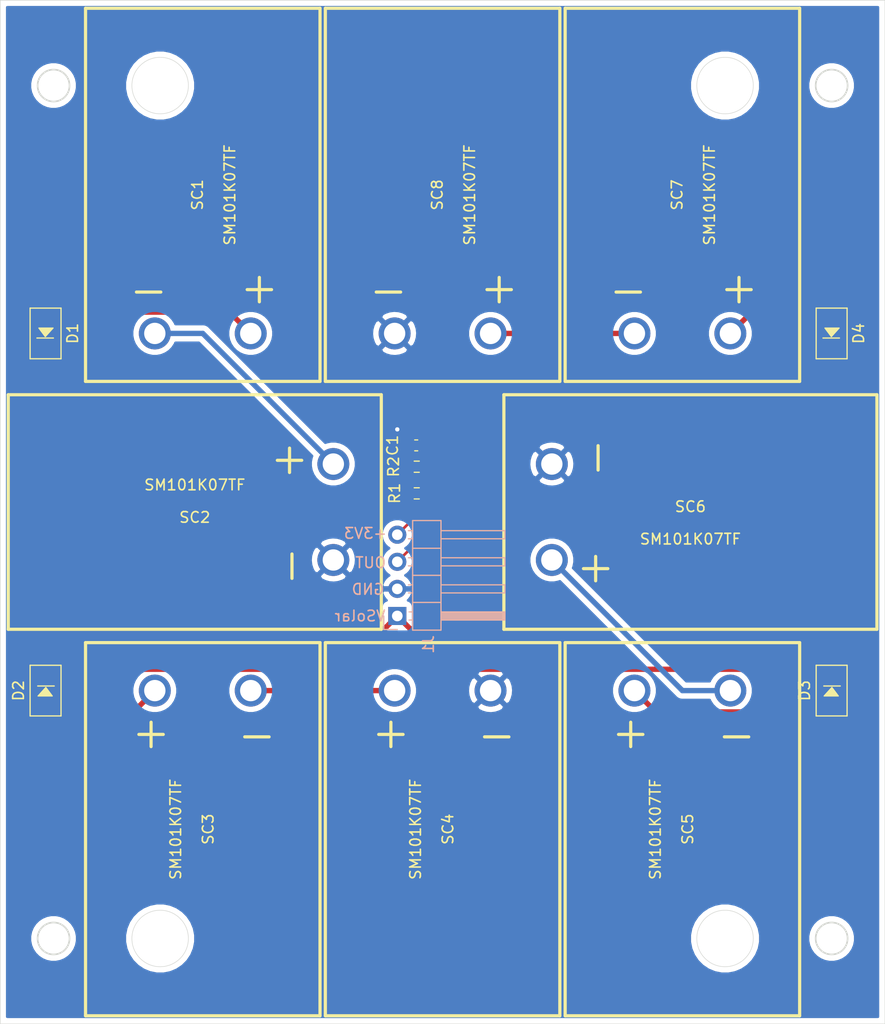
<source format=kicad_pcb>
(kicad_pcb (version 20171130) (host pcbnew "(5.1.10)-1")

  (general
    (thickness 1.6)
    (drawings 45)
    (tracks 29)
    (zones 0)
    (modules 16)
    (nets 13)
  )

  (page A4)
  (title_block
    (title "Solar Configuration for +X; V1 Stucture")
    (date 2022-03-30)
    (rev 1.0)
  )

  (layers
    (0 F.Cu signal)
    (31 B.Cu signal)
    (32 B.Adhes user)
    (33 F.Adhes user)
    (34 B.Paste user)
    (35 F.Paste user)
    (36 B.SilkS user)
    (37 F.SilkS user)
    (38 B.Mask user)
    (39 F.Mask user)
    (40 Dwgs.User user hide)
    (41 Cmts.User user)
    (42 Eco1.User user)
    (43 Eco2.User user)
    (44 Edge.Cuts user)
    (45 Margin user)
    (46 B.CrtYd user)
    (47 F.CrtYd user)
    (48 B.Fab user)
    (49 F.Fab user)
  )

  (setup
    (last_trace_width 0.25)
    (user_trace_width 0.5)
    (trace_clearance 0.2)
    (zone_clearance 0.508)
    (zone_45_only no)
    (trace_min 0.2)
    (via_size 0.8)
    (via_drill 0.4)
    (via_min_size 0.4)
    (via_min_drill 0.3)
    (uvia_size 0.3)
    (uvia_drill 0.1)
    (uvias_allowed no)
    (uvia_min_size 0.2)
    (uvia_min_drill 0.1)
    (edge_width 0.05)
    (segment_width 0.2)
    (pcb_text_width 0.3)
    (pcb_text_size 1.5 1.5)
    (mod_edge_width 0.12)
    (mod_text_size 1 1)
    (mod_text_width 0.15)
    (pad_size 1.7 1.7)
    (pad_drill 1)
    (pad_to_mask_clearance 0)
    (aux_axis_origin 0 0)
    (visible_elements 7FFFFFFF)
    (pcbplotparams
      (layerselection 0x010fc_ffffffff)
      (usegerberextensions false)
      (usegerberattributes true)
      (usegerberadvancedattributes true)
      (creategerberjobfile true)
      (excludeedgelayer true)
      (linewidth 0.100000)
      (plotframeref false)
      (viasonmask false)
      (mode 1)
      (useauxorigin false)
      (hpglpennumber 1)
      (hpglpenspeed 20)
      (hpglpendiameter 15.000000)
      (psnegative false)
      (psa4output false)
      (plotreference true)
      (plotvalue true)
      (plotinvisibletext false)
      (padsonsilk false)
      (subtractmaskfromsilk false)
      (outputformat 1)
      (mirror false)
      (drillshape 1)
      (scaleselection 1)
      (outputdirectory ""))
  )

  (net 0 "")
  (net 1 GND)
  (net 2 +3V3)
  (net 3 VSOLAR)
  (net 4 OUT)
  (net 5 "Net-(SC1-Pad2)")
  (net 6 "Net-(SC3-Pad2)")
  (net 7 "Net-(SC5-Pad2)")
  (net 8 "Net-(SC7-Pad2)")
  (net 9 "Net-(D1-Pad2)")
  (net 10 "Net-(D2-Pad2)")
  (net 11 "Net-(D3-Pad2)")
  (net 12 "Net-(D4-Pad2)")

  (net_class Default "This is the default net class."
    (clearance 0.2)
    (trace_width 0.25)
    (via_dia 0.8)
    (via_drill 0.4)
    (uvia_dia 0.3)
    (uvia_drill 0.1)
    (add_net +3V3)
    (add_net GND)
    (add_net "Net-(D1-Pad2)")
    (add_net "Net-(D2-Pad2)")
    (add_net "Net-(D3-Pad2)")
    (add_net "Net-(D4-Pad2)")
    (add_net "Net-(SC1-Pad2)")
    (add_net "Net-(SC3-Pad2)")
    (add_net "Net-(SC5-Pad2)")
    (add_net "Net-(SC7-Pad2)")
    (add_net OUT)
    (add_net VSOLAR)
  )

  (module SolarPanelBoards:SM101K07TF (layer F.Cu) (tedit 614D4B0F) (tstamp 6204A931)
    (at 131.5 69.25 270)
    (path /62087697)
    (fp_text reference SC8 (at 0 0.5 90) (layer F.SilkS)
      (effects (font (size 1 1) (thickness 0.15)))
    )
    (fp_text value SM101K07TF (at 0 -2.54 90) (layer F.SilkS)
      (effects (font (size 1 1) (thickness 0.15)))
    )
    (fp_text user - (at 8.89 5.08) (layer F.SilkS)
      (effects (font (size 3 3) (thickness 0.3)))
    )
    (fp_text user + (at 8.89 -5.08 90) (layer F.SilkS)
      (effects (font (size 3 3) (thickness 0.3)))
    )
    (fp_line (start -17.5 11) (end -17.5 -11) (layer F.SilkS) (width 0.3))
    (fp_line (start 17.5 11) (end -17.5 11) (layer F.SilkS) (width 0.3))
    (fp_line (start 17.5 -11) (end 17.5 11) (layer F.SilkS) (width 0.3))
    (fp_line (start -17.5 -11) (end 17.5 -11) (layer F.SilkS) (width 0.3))
    (pad 2 thru_hole circle (at 13 4.5 270) (size 3 3) (drill 2) (layers *.Cu *.Mask)
      (net 1 GND))
    (pad 1 thru_hole circle (at 13 -4.5 270) (size 3 3) (drill 2) (layers *.Cu *.Mask)
      (net 8 "Net-(SC7-Pad2)"))
    (model "C:/Users/grant/Downloads/SM101K07TF v3.step"
      (offset (xyz 17.5 -11 0))
      (scale (xyz 1 1 1))
      (rotate (xyz 0 0 -90))
    )
  )

  (module SolarPanelBoards:SM101K07TF (layer F.Cu) (tedit 614D4B0F) (tstamp 6244E1A5)
    (at 154 69.25 270)
    (path /6208768B)
    (fp_text reference SC7 (at 0 0.5 90) (layer F.SilkS)
      (effects (font (size 1 1) (thickness 0.15)))
    )
    (fp_text value SM101K07TF (at 0 -2.54 90) (layer F.SilkS)
      (effects (font (size 1 1) (thickness 0.15)))
    )
    (fp_text user - (at 8.89 5.08) (layer F.SilkS)
      (effects (font (size 3 3) (thickness 0.3)))
    )
    (fp_text user + (at 8.89 -5.08 90) (layer F.SilkS)
      (effects (font (size 3 3) (thickness 0.3)))
    )
    (fp_line (start -17.5 11) (end -17.5 -11) (layer F.SilkS) (width 0.3))
    (fp_line (start 17.5 11) (end -17.5 11) (layer F.SilkS) (width 0.3))
    (fp_line (start 17.5 -11) (end 17.5 11) (layer F.SilkS) (width 0.3))
    (fp_line (start -17.5 -11) (end 17.5 -11) (layer F.SilkS) (width 0.3))
    (pad 2 thru_hole circle (at 13 4.5 270) (size 3 3) (drill 2) (layers *.Cu *.Mask)
      (net 8 "Net-(SC7-Pad2)"))
    (pad 1 thru_hole circle (at 13 -4.5 270) (size 3 3) (drill 2) (layers *.Cu *.Mask)
      (net 12 "Net-(D4-Pad2)"))
    (model "C:/Users/grant/Downloads/SM101K07TF v3.step"
      (offset (xyz 17.5 -11 0))
      (scale (xyz 1 1 1))
      (rotate (xyz 0 0 -90))
    )
  )

  (module SolarPanelBoards:SM101K07TF (layer F.Cu) (tedit 614D4B0F) (tstamp 61285292)
    (at 154.75 99 180)
    (path /61455D69)
    (fp_text reference SC6 (at 0 0.5) (layer F.SilkS)
      (effects (font (size 1 1) (thickness 0.15)))
    )
    (fp_text value SM101K07TF (at 0 -2.54) (layer F.SilkS)
      (effects (font (size 1 1) (thickness 0.15)))
    )
    (fp_text user - (at 8.89 5.08 90) (layer F.SilkS)
      (effects (font (size 3 3) (thickness 0.3)))
    )
    (fp_text user + (at 8.89 -5.08) (layer F.SilkS)
      (effects (font (size 3 3) (thickness 0.3)))
    )
    (fp_line (start -17.5 11) (end -17.5 -11) (layer F.SilkS) (width 0.3))
    (fp_line (start 17.5 11) (end -17.5 11) (layer F.SilkS) (width 0.3))
    (fp_line (start 17.5 -11) (end 17.5 11) (layer F.SilkS) (width 0.3))
    (fp_line (start -17.5 -11) (end 17.5 -11) (layer F.SilkS) (width 0.3))
    (pad 2 thru_hole circle (at 13 4.5 180) (size 3 3) (drill 2) (layers *.Cu *.Mask)
      (net 1 GND))
    (pad 1 thru_hole circle (at 13 -4.5 180) (size 3 3) (drill 2) (layers *.Cu *.Mask)
      (net 7 "Net-(SC5-Pad2)"))
    (model "C:/Users/grant/Downloads/SM101K07TF v3.step"
      (offset (xyz 17.5 -11 0))
      (scale (xyz 1 1 1))
      (rotate (xyz 0 0 -90))
    )
  )

  (module SolarPanelBoards:SM101K07TF (layer F.Cu) (tedit 614D4B0F) (tstamp 61285286)
    (at 154 128.75 90)
    (path /61455D67)
    (fp_text reference SC5 (at 0 0.5 90) (layer F.SilkS)
      (effects (font (size 1 1) (thickness 0.15)))
    )
    (fp_text value SM101K07TF (at 0 -2.54 90) (layer F.SilkS)
      (effects (font (size 1 1) (thickness 0.15)))
    )
    (fp_text user - (at 8.89 5.08) (layer F.SilkS)
      (effects (font (size 3 3) (thickness 0.3)))
    )
    (fp_text user + (at 8.89 -5.08 90) (layer F.SilkS)
      (effects (font (size 3 3) (thickness 0.3)))
    )
    (fp_line (start -17.5 11) (end -17.5 -11) (layer F.SilkS) (width 0.3))
    (fp_line (start 17.5 11) (end -17.5 11) (layer F.SilkS) (width 0.3))
    (fp_line (start 17.5 -11) (end 17.5 11) (layer F.SilkS) (width 0.3))
    (fp_line (start -17.5 -11) (end 17.5 -11) (layer F.SilkS) (width 0.3))
    (pad 2 thru_hole circle (at 13 4.5 90) (size 3 3) (drill 2) (layers *.Cu *.Mask)
      (net 7 "Net-(SC5-Pad2)"))
    (pad 1 thru_hole circle (at 13 -4.5 90) (size 3 3) (drill 2) (layers *.Cu *.Mask)
      (net 11 "Net-(D3-Pad2)"))
    (model "C:/Users/grant/Downloads/SM101K07TF v3.step"
      (offset (xyz 17.5 -11 0))
      (scale (xyz 1 1 1))
      (rotate (xyz 0 0 -90))
    )
  )

  (module SolarPanelBoards:SM101K07TF (layer F.Cu) (tedit 614D4B0F) (tstamp 6128527A)
    (at 131.5 128.75 90)
    (path /61285A7B)
    (fp_text reference SC4 (at 0 0.5 90) (layer F.SilkS)
      (effects (font (size 1 1) (thickness 0.15)))
    )
    (fp_text value SM101K07TF (at 0 -2.54 90) (layer F.SilkS)
      (effects (font (size 1 1) (thickness 0.15)))
    )
    (fp_text user - (at 8.89 5.08) (layer F.SilkS)
      (effects (font (size 3 3) (thickness 0.3)))
    )
    (fp_text user + (at 8.89 -5.08 90) (layer F.SilkS)
      (effects (font (size 3 3) (thickness 0.3)))
    )
    (fp_line (start -17.5 11) (end -17.5 -11) (layer F.SilkS) (width 0.3))
    (fp_line (start 17.5 11) (end -17.5 11) (layer F.SilkS) (width 0.3))
    (fp_line (start 17.5 -11) (end 17.5 11) (layer F.SilkS) (width 0.3))
    (fp_line (start -17.5 -11) (end 17.5 -11) (layer F.SilkS) (width 0.3))
    (pad 2 thru_hole circle (at 13 4.5 90) (size 3 3) (drill 2) (layers *.Cu *.Mask)
      (net 1 GND))
    (pad 1 thru_hole circle (at 13 -4.5 90) (size 3 3) (drill 2) (layers *.Cu *.Mask)
      (net 6 "Net-(SC3-Pad2)"))
    (model "C:/Users/grant/Downloads/SM101K07TF v3.step"
      (offset (xyz 17.5 -11 0))
      (scale (xyz 1 1 1))
      (rotate (xyz 0 0 -90))
    )
  )

  (module SolarPanelBoards:SM101K07TF (layer F.Cu) (tedit 614D4B0F) (tstamp 6128526E)
    (at 109 128.75 90)
    (path /6128524D)
    (fp_text reference SC3 (at 0 0.5 90) (layer F.SilkS)
      (effects (font (size 1 1) (thickness 0.15)))
    )
    (fp_text value SM101K07TF (at 0 -2.54 90) (layer F.SilkS)
      (effects (font (size 1 1) (thickness 0.15)))
    )
    (fp_text user - (at 8.89 5.08) (layer F.SilkS)
      (effects (font (size 3 3) (thickness 0.3)))
    )
    (fp_text user + (at 8.89 -5.08 90) (layer F.SilkS)
      (effects (font (size 3 3) (thickness 0.3)))
    )
    (fp_line (start -17.5 11) (end -17.5 -11) (layer F.SilkS) (width 0.3))
    (fp_line (start 17.5 11) (end -17.5 11) (layer F.SilkS) (width 0.3))
    (fp_line (start 17.5 -11) (end 17.5 11) (layer F.SilkS) (width 0.3))
    (fp_line (start -17.5 -11) (end 17.5 -11) (layer F.SilkS) (width 0.3))
    (pad 2 thru_hole circle (at 13 4.5 90) (size 3 3) (drill 2) (layers *.Cu *.Mask)
      (net 6 "Net-(SC3-Pad2)"))
    (pad 1 thru_hole circle (at 13 -4.5 90) (size 3 3) (drill 2) (layers *.Cu *.Mask)
      (net 10 "Net-(D2-Pad2)"))
    (model "C:/Users/grant/Downloads/SM101K07TF v3.step"
      (offset (xyz 17.5 -11 0))
      (scale (xyz 1 1 1))
      (rotate (xyz 0 0 -90))
    )
  )

  (module SolarPanelBoards:SM101K07TF (layer F.Cu) (tedit 614D4B0F) (tstamp 61285262)
    (at 108.25 99)
    (path /612849A3)
    (fp_text reference SC2 (at 0 0.5) (layer F.SilkS)
      (effects (font (size 1 1) (thickness 0.15)))
    )
    (fp_text value SM101K07TF (at 0 -2.54) (layer F.SilkS)
      (effects (font (size 1 1) (thickness 0.15)))
    )
    (fp_text user - (at 8.89 5.08 90) (layer F.SilkS)
      (effects (font (size 3 3) (thickness 0.3)))
    )
    (fp_text user + (at 8.89 -5.08) (layer F.SilkS)
      (effects (font (size 3 3) (thickness 0.3)))
    )
    (fp_line (start -17.5 11) (end -17.5 -11) (layer F.SilkS) (width 0.3))
    (fp_line (start 17.5 11) (end -17.5 11) (layer F.SilkS) (width 0.3))
    (fp_line (start 17.5 -11) (end 17.5 11) (layer F.SilkS) (width 0.3))
    (fp_line (start -17.5 -11) (end 17.5 -11) (layer F.SilkS) (width 0.3))
    (pad 2 thru_hole circle (at 13 4.5) (size 3 3) (drill 2) (layers *.Cu *.Mask)
      (net 1 GND))
    (pad 1 thru_hole circle (at 13 -4.5) (size 3 3) (drill 2) (layers *.Cu *.Mask)
      (net 5 "Net-(SC1-Pad2)"))
    (model "C:/Users/grant/Downloads/SM101K07TF v3.step"
      (offset (xyz 17.5 -11 0))
      (scale (xyz 1 1 1))
      (rotate (xyz 0 0 -90))
    )
  )

  (module SolarPanelBoards:SM101K07TF (layer F.Cu) (tedit 614D4B0F) (tstamp 61285256)
    (at 109 69.25 270)
    (path /6143BD42)
    (fp_text reference SC1 (at 0 0.5 90) (layer F.SilkS)
      (effects (font (size 1 1) (thickness 0.15)))
    )
    (fp_text value SM101K07TF (at 0 -2.54 90) (layer F.SilkS)
      (effects (font (size 1 1) (thickness 0.15)))
    )
    (fp_text user - (at 8.89 5.08) (layer F.SilkS)
      (effects (font (size 3 3) (thickness 0.3)))
    )
    (fp_text user + (at 8.89 -5.08 90) (layer F.SilkS)
      (effects (font (size 3 3) (thickness 0.3)))
    )
    (fp_line (start -17.5 11) (end -17.5 -11) (layer F.SilkS) (width 0.3))
    (fp_line (start 17.5 11) (end -17.5 11) (layer F.SilkS) (width 0.3))
    (fp_line (start 17.5 -11) (end 17.5 11) (layer F.SilkS) (width 0.3))
    (fp_line (start -17.5 -11) (end 17.5 -11) (layer F.SilkS) (width 0.3))
    (pad 2 thru_hole circle (at 13 4.5 270) (size 3 3) (drill 2) (layers *.Cu *.Mask)
      (net 5 "Net-(SC1-Pad2)"))
    (pad 1 thru_hole circle (at 13 -4.5 270) (size 3 3) (drill 2) (layers *.Cu *.Mask)
      (net 9 "Net-(D1-Pad2)"))
    (model "C:/Users/grant/Downloads/SM101K07TF v3.step"
      (offset (xyz 17.5 -11 0))
      (scale (xyz 1 1 1))
      (rotate (xyz 0 0 -90))
    )
  )

  (module SolarPanelBoards:DO-214AC (layer F.Cu) (tedit 6131B737) (tstamp 6128521E)
    (at 168 82.25 90)
    (descr "Diode Footprint for CDBA240LL-HF")
    (path /61285A75)
    (attr smd)
    (fp_text reference D4 (at 0 2.54 90) (layer F.SilkS)
      (effects (font (size 1 1) (thickness 0.15)))
    )
    (fp_text value CDBA240LL-HF (at 0 -2.54 90) (layer F.Fab)
      (effects (font (size 1 1) (thickness 0.15)))
    )
    (fp_line (start -2.375 1.45) (end 2.375 1.45) (layer F.SilkS) (width 0.12))
    (fp_line (start 2.375 1.45) (end 2.375 -1.45) (layer F.SilkS) (width 0.12))
    (fp_line (start -2.375 1.45) (end -2.375 -1.45) (layer F.SilkS) (width 0.12))
    (fp_line (start -2.375 -1.45) (end 2.375 -1.45) (layer F.SilkS) (width 0.12))
    (fp_poly (pts (xy 0.508 0.7112) (xy -0.3048 -0.0254) (xy 0.508 -0.635)) (layer F.SilkS) (width 0.1))
    (fp_line (start -0.4318 -0.8128) (end -0.4318 0.7366) (layer F.SilkS) (width 0.12))
    (pad 2 smd rect (at 2 0 90) (size 2.5 1.7) (layers F.Cu F.Paste F.Mask)
      (net 12 "Net-(D4-Pad2)"))
    (pad 1 smd rect (at -2 0 90) (size 2.5 1.7) (layers F.Cu F.Paste F.Mask)
      (net 3 VSOLAR))
    (model "C:/Users/grant/Downloads/sma-do-214ac-1.snapshot.1/SMA (DO-214AC).STEP"
      (at (xyz 0 0 0))
      (scale (xyz 1 1 1))
      (rotate (xyz -90 0 0))
    )
  )

  (module SolarPanelBoards:DO-214AC (layer F.Cu) (tedit 6131B737) (tstamp 61285212)
    (at 168 115.75 270)
    (descr "Diode Footprint for CDBA240LL-HF")
    (path /61285247)
    (attr smd)
    (fp_text reference D3 (at 0 2.54 90) (layer F.SilkS)
      (effects (font (size 1 1) (thickness 0.15)))
    )
    (fp_text value CDBA240LL-HF (at 0 -2.54 90) (layer F.Fab)
      (effects (font (size 1 1) (thickness 0.15)))
    )
    (fp_line (start -2.375 1.45) (end 2.375 1.45) (layer F.SilkS) (width 0.12))
    (fp_line (start 2.375 1.45) (end 2.375 -1.45) (layer F.SilkS) (width 0.12))
    (fp_line (start -2.375 1.45) (end -2.375 -1.45) (layer F.SilkS) (width 0.12))
    (fp_line (start -2.375 -1.45) (end 2.375 -1.45) (layer F.SilkS) (width 0.12))
    (fp_poly (pts (xy 0.508 0.7112) (xy -0.3048 -0.0254) (xy 0.508 -0.635)) (layer F.SilkS) (width 0.1))
    (fp_line (start -0.4318 -0.8128) (end -0.4318 0.7366) (layer F.SilkS) (width 0.12))
    (pad 2 smd rect (at 2 0 270) (size 2.5 1.7) (layers F.Cu F.Paste F.Mask)
      (net 11 "Net-(D3-Pad2)"))
    (pad 1 smd rect (at -2 0 270) (size 2.5 1.7) (layers F.Cu F.Paste F.Mask)
      (net 3 VSOLAR))
    (model "C:/Users/grant/Downloads/sma-do-214ac-1.snapshot.1/SMA (DO-214AC).STEP"
      (at (xyz 0 0 0))
      (scale (xyz 1 1 1))
      (rotate (xyz -90 0 0))
    )
  )

  (module SolarPanelBoards:DO-214AC (layer F.Cu) (tedit 6131B737) (tstamp 6128522A)
    (at 94.25 115.75 270)
    (descr "Diode Footprint for CDBA240LL-HF")
    (path /61455D66)
    (attr smd)
    (fp_text reference D2 (at 0 2.54 90) (layer F.SilkS)
      (effects (font (size 1 1) (thickness 0.15)))
    )
    (fp_text value CDBA240LL-HF (at 0 -2.54 90) (layer F.Fab)
      (effects (font (size 1 1) (thickness 0.15)))
    )
    (fp_line (start -2.375 1.45) (end 2.375 1.45) (layer F.SilkS) (width 0.12))
    (fp_line (start 2.375 1.45) (end 2.375 -1.45) (layer F.SilkS) (width 0.12))
    (fp_line (start -2.375 1.45) (end -2.375 -1.45) (layer F.SilkS) (width 0.12))
    (fp_line (start -2.375 -1.45) (end 2.375 -1.45) (layer F.SilkS) (width 0.12))
    (fp_poly (pts (xy 0.508 0.7112) (xy -0.3048 -0.0254) (xy 0.508 -0.635)) (layer F.SilkS) (width 0.1))
    (fp_line (start -0.4318 -0.8128) (end -0.4318 0.7366) (layer F.SilkS) (width 0.12))
    (pad 2 smd rect (at 2 0 270) (size 2.5 1.7) (layers F.Cu F.Paste F.Mask)
      (net 10 "Net-(D2-Pad2)"))
    (pad 1 smd rect (at -2 0 270) (size 2.5 1.7) (layers F.Cu F.Paste F.Mask)
      (net 3 VSOLAR))
    (model "C:/Users/grant/Downloads/sma-do-214ac-1.snapshot.1/SMA (DO-214AC).STEP"
      (at (xyz 0 0 0))
      (scale (xyz 1 1 1))
      (rotate (xyz -90 0 0))
    )
  )

  (module SolarPanelBoards:DO-214AC (layer F.Cu) (tedit 6131B737) (tstamp 612851FA)
    (at 94.25 82.25 90)
    (descr "Diode Footprint for CDBA240LL-HF")
    (path /61067859)
    (attr smd)
    (fp_text reference D1 (at 0 2.54 90) (layer F.SilkS)
      (effects (font (size 1 1) (thickness 0.15)))
    )
    (fp_text value CDBA240LL-HF (at 0 -2.54 90) (layer F.Fab)
      (effects (font (size 1 1) (thickness 0.15)))
    )
    (fp_line (start -2.375 1.45) (end 2.375 1.45) (layer F.SilkS) (width 0.12))
    (fp_line (start 2.375 1.45) (end 2.375 -1.45) (layer F.SilkS) (width 0.12))
    (fp_line (start -2.375 1.45) (end -2.375 -1.45) (layer F.SilkS) (width 0.12))
    (fp_line (start -2.375 -1.45) (end 2.375 -1.45) (layer F.SilkS) (width 0.12))
    (fp_poly (pts (xy 0.508 0.7112) (xy -0.3048 -0.0254) (xy 0.508 -0.635)) (layer F.SilkS) (width 0.1))
    (fp_line (start -0.4318 -0.8128) (end -0.4318 0.7366) (layer F.SilkS) (width 0.12))
    (pad 2 smd rect (at 2 0 90) (size 2.5 1.7) (layers F.Cu F.Paste F.Mask)
      (net 9 "Net-(D1-Pad2)"))
    (pad 1 smd rect (at -2 0 90) (size 2.5 1.7) (layers F.Cu F.Paste F.Mask)
      (net 3 VSOLAR))
    (model "C:/Users/grant/Downloads/sma-do-214ac-1.snapshot.1/SMA (DO-214AC).STEP"
      (at (xyz 0 0 0))
      (scale (xyz 1 1 1))
      (rotate (xyz -90 0 0))
    )
  )

  (module Resistor_SMD:R_0603_1608Metric (layer F.Cu) (tedit 5F68FEEE) (tstamp 624547E0)
    (at 129.075 94.75 180)
    (descr "Resistor SMD 0603 (1608 Metric), square (rectangular) end terminal, IPC_7351 nominal, (Body size source: IPC-SM-782 page 72, https://www.pcb-3d.com/wordpress/wp-content/uploads/ipc-sm-782a_amendment_1_and_2.pdf), generated with kicad-footprint-generator")
    (tags resistor)
    (path /61FF6451)
    (attr smd)
    (fp_text reference R2 (at 2.175 0 270) (layer F.SilkS)
      (effects (font (size 1 1) (thickness 0.15)))
    )
    (fp_text value R (at 0 1.43) (layer F.Fab)
      (effects (font (size 1 1) (thickness 0.15)))
    )
    (fp_line (start -0.8 0.4125) (end -0.8 -0.4125) (layer F.Fab) (width 0.1))
    (fp_line (start -0.8 -0.4125) (end 0.8 -0.4125) (layer F.Fab) (width 0.1))
    (fp_line (start 0.8 -0.4125) (end 0.8 0.4125) (layer F.Fab) (width 0.1))
    (fp_line (start 0.8 0.4125) (end -0.8 0.4125) (layer F.Fab) (width 0.1))
    (fp_line (start -0.237258 -0.5225) (end 0.237258 -0.5225) (layer F.SilkS) (width 0.12))
    (fp_line (start -0.237258 0.5225) (end 0.237258 0.5225) (layer F.SilkS) (width 0.12))
    (fp_line (start -1.48 0.73) (end -1.48 -0.73) (layer F.CrtYd) (width 0.05))
    (fp_line (start -1.48 -0.73) (end 1.48 -0.73) (layer F.CrtYd) (width 0.05))
    (fp_line (start 1.48 -0.73) (end 1.48 0.73) (layer F.CrtYd) (width 0.05))
    (fp_line (start 1.48 0.73) (end -1.48 0.73) (layer F.CrtYd) (width 0.05))
    (fp_text user %R (at 0 0) (layer F.Fab)
      (effects (font (size 0.4 0.4) (thickness 0.06)))
    )
    (pad 2 smd roundrect (at 0.825 0 180) (size 0.8 0.95) (layers F.Cu F.Paste F.Mask) (roundrect_rratio 0.25)
      (net 1 GND))
    (pad 1 smd roundrect (at -0.825 0 180) (size 0.8 0.95) (layers F.Cu F.Paste F.Mask) (roundrect_rratio 0.25)
      (net 4 OUT))
    (model ${KISYS3DMOD}/Resistor_SMD.3dshapes/R_0603_1608Metric.wrl
      (at (xyz 0 0 0))
      (scale (xyz 1 1 1))
      (rotate (xyz 0 0 0))
    )
  )

  (module Resistor_SMD:R_0603_1608Metric (layer F.Cu) (tedit 5F68FEEE) (tstamp 624547B0)
    (at 129.075 97.25)
    (descr "Resistor SMD 0603 (1608 Metric), square (rectangular) end terminal, IPC_7351 nominal, (Body size source: IPC-SM-782 page 72, https://www.pcb-3d.com/wordpress/wp-content/uploads/ipc-sm-782a_amendment_1_and_2.pdf), generated with kicad-footprint-generator")
    (tags resistor)
    (path /61FF37C8)
    (attr smd)
    (fp_text reference R1 (at -2.075 0 90) (layer F.SilkS)
      (effects (font (size 1 1) (thickness 0.15)))
    )
    (fp_text value ALS-PT19 (at 0 1.43) (layer F.Fab)
      (effects (font (size 1 1) (thickness 0.15)))
    )
    (fp_line (start -0.8 0.4125) (end -0.8 -0.4125) (layer F.Fab) (width 0.1))
    (fp_line (start -0.8 -0.4125) (end 0.8 -0.4125) (layer F.Fab) (width 0.1))
    (fp_line (start 0.8 -0.4125) (end 0.8 0.4125) (layer F.Fab) (width 0.1))
    (fp_line (start 0.8 0.4125) (end -0.8 0.4125) (layer F.Fab) (width 0.1))
    (fp_line (start -0.237258 -0.5225) (end 0.237258 -0.5225) (layer F.SilkS) (width 0.12))
    (fp_line (start -0.237258 0.5225) (end 0.237258 0.5225) (layer F.SilkS) (width 0.12))
    (fp_line (start -1.48 0.73) (end -1.48 -0.73) (layer F.CrtYd) (width 0.05))
    (fp_line (start -1.48 -0.73) (end 1.48 -0.73) (layer F.CrtYd) (width 0.05))
    (fp_line (start 1.48 -0.73) (end 1.48 0.73) (layer F.CrtYd) (width 0.05))
    (fp_line (start 1.48 0.73) (end -1.48 0.73) (layer F.CrtYd) (width 0.05))
    (fp_text user %R (at 0 0) (layer F.Fab)
      (effects (font (size 0.4 0.4) (thickness 0.06)))
    )
    (pad 2 smd roundrect (at 0.825 0) (size 0.8 0.95) (layers F.Cu F.Paste F.Mask) (roundrect_rratio 0.25)
      (net 4 OUT))
    (pad 1 smd roundrect (at -0.825 0) (size 0.8 0.95) (layers F.Cu F.Paste F.Mask) (roundrect_rratio 0.25)
      (net 2 +3V3))
    (model ${KISYS3DMOD}/Resistor_SMD.3dshapes/R_0603_1608Metric.wrl
      (at (xyz 0 0 0))
      (scale (xyz 1 1 1))
      (rotate (xyz 0 0 0))
    )
  )

  (module Capacitor_SMD:C_0603_1608Metric (layer F.Cu) (tedit 5F68FEEE) (tstamp 62454810)
    (at 129.025 92.75 180)
    (descr "Capacitor SMD 0603 (1608 Metric), square (rectangular) end terminal, IPC_7351 nominal, (Body size source: IPC-SM-782 page 76, https://www.pcb-3d.com/wordpress/wp-content/uploads/ipc-sm-782a_amendment_1_and_2.pdf), generated with kicad-footprint-generator")
    (tags capacitor)
    (path /61FF8764)
    (attr smd)
    (fp_text reference C1 (at 2.225 0 270) (layer F.SilkS)
      (effects (font (size 1 1) (thickness 0.15)))
    )
    (fp_text value C (at 0 1.43) (layer F.Fab)
      (effects (font (size 1 1) (thickness 0.15)))
    )
    (fp_line (start -0.8 0.4) (end -0.8 -0.4) (layer F.Fab) (width 0.1))
    (fp_line (start -0.8 -0.4) (end 0.8 -0.4) (layer F.Fab) (width 0.1))
    (fp_line (start 0.8 -0.4) (end 0.8 0.4) (layer F.Fab) (width 0.1))
    (fp_line (start 0.8 0.4) (end -0.8 0.4) (layer F.Fab) (width 0.1))
    (fp_line (start -0.14058 -0.51) (end 0.14058 -0.51) (layer F.SilkS) (width 0.12))
    (fp_line (start -0.14058 0.51) (end 0.14058 0.51) (layer F.SilkS) (width 0.12))
    (fp_line (start -1.48 0.73) (end -1.48 -0.73) (layer F.CrtYd) (width 0.05))
    (fp_line (start -1.48 -0.73) (end 1.48 -0.73) (layer F.CrtYd) (width 0.05))
    (fp_line (start 1.48 -0.73) (end 1.48 0.73) (layer F.CrtYd) (width 0.05))
    (fp_line (start 1.48 0.73) (end -1.48 0.73) (layer F.CrtYd) (width 0.05))
    (fp_text user %R (at 0 0) (layer F.Fab)
      (effects (font (size 0.4 0.4) (thickness 0.06)))
    )
    (pad 2 smd roundrect (at 0.775 0 180) (size 0.9 0.95) (layers F.Cu F.Paste F.Mask) (roundrect_rratio 0.25)
      (net 1 GND))
    (pad 1 smd roundrect (at -0.775 0 180) (size 0.9 0.95) (layers F.Cu F.Paste F.Mask) (roundrect_rratio 0.25)
      (net 4 OUT))
    (model ${KISYS3DMOD}/Capacitor_SMD.3dshapes/C_0603_1608Metric.wrl
      (at (xyz 0 0 0))
      (scale (xyz 1 1 1))
      (rotate (xyz 0 0 0))
    )
  )

  (module Connector_PinHeader_2.54mm:PinHeader_1x04_P2.54mm_Horizontal (layer B.Cu) (tedit 59FED5CB) (tstamp 6245487C)
    (at 127.25 108.75)
    (descr "Through hole angled pin header, 1x04, 2.54mm pitch, 6mm pin length, single row")
    (tags "Through hole angled pin header THT 1x04 2.54mm single row")
    (path /61F4A1BA)
    (fp_text reference J1 (at 2.921 2.667 270) (layer B.SilkS)
      (effects (font (size 1 1) (thickness 0.15)) (justify mirror))
    )
    (fp_text value Conn_01x04 (at 4.385 -9.89 180) (layer B.Fab)
      (effects (font (size 1 1) (thickness 0.15)) (justify mirror))
    )
    (fp_line (start 10.55 1.8) (end -1.8 1.8) (layer B.CrtYd) (width 0.05))
    (fp_line (start 10.55 -9.4) (end 10.55 1.8) (layer B.CrtYd) (width 0.05))
    (fp_line (start -1.8 -9.4) (end 10.55 -9.4) (layer B.CrtYd) (width 0.05))
    (fp_line (start -1.8 1.8) (end -1.8 -9.4) (layer B.CrtYd) (width 0.05))
    (fp_line (start -1.27 1.27) (end 0 1.27) (layer B.SilkS) (width 0.12))
    (fp_line (start -1.27 0) (end -1.27 1.27) (layer B.SilkS) (width 0.12))
    (fp_line (start 1.042929 -8) (end 1.44 -8) (layer B.SilkS) (width 0.12))
    (fp_line (start 1.042929 -7.24) (end 1.44 -7.24) (layer B.SilkS) (width 0.12))
    (fp_line (start 10.1 -8) (end 4.1 -8) (layer B.SilkS) (width 0.12))
    (fp_line (start 10.1 -7.24) (end 10.1 -8) (layer B.SilkS) (width 0.12))
    (fp_line (start 4.1 -7.24) (end 10.1 -7.24) (layer B.SilkS) (width 0.12))
    (fp_line (start 1.44 -6.35) (end 4.1 -6.35) (layer B.SilkS) (width 0.12))
    (fp_line (start 1.042929 -5.46) (end 1.44 -5.46) (layer B.SilkS) (width 0.12))
    (fp_line (start 1.042929 -4.7) (end 1.44 -4.7) (layer B.SilkS) (width 0.12))
    (fp_line (start 10.1 -5.46) (end 4.1 -5.46) (layer B.SilkS) (width 0.12))
    (fp_line (start 10.1 -4.7) (end 10.1 -5.46) (layer B.SilkS) (width 0.12))
    (fp_line (start 4.1 -4.7) (end 10.1 -4.7) (layer B.SilkS) (width 0.12))
    (fp_line (start 1.44 -3.81) (end 4.1 -3.81) (layer B.SilkS) (width 0.12))
    (fp_line (start 1.042929 -2.92) (end 1.44 -2.92) (layer B.SilkS) (width 0.12))
    (fp_line (start 1.042929 -2.16) (end 1.44 -2.16) (layer B.SilkS) (width 0.12))
    (fp_line (start 10.1 -2.92) (end 4.1 -2.92) (layer B.SilkS) (width 0.12))
    (fp_line (start 10.1 -2.16) (end 10.1 -2.92) (layer B.SilkS) (width 0.12))
    (fp_line (start 4.1 -2.16) (end 10.1 -2.16) (layer B.SilkS) (width 0.12))
    (fp_line (start 1.44 -1.27) (end 4.1 -1.27) (layer B.SilkS) (width 0.12))
    (fp_line (start 1.11 -0.38) (end 1.44 -0.38) (layer B.SilkS) (width 0.12))
    (fp_line (start 1.11 0.38) (end 1.44 0.38) (layer B.SilkS) (width 0.12))
    (fp_line (start 4.1 -0.28) (end 10.1 -0.28) (layer B.SilkS) (width 0.12))
    (fp_line (start 4.1 -0.16) (end 10.1 -0.16) (layer B.SilkS) (width 0.12))
    (fp_line (start 4.1 -0.04) (end 10.1 -0.04) (layer B.SilkS) (width 0.12))
    (fp_line (start 4.1 0.08) (end 10.1 0.08) (layer B.SilkS) (width 0.12))
    (fp_line (start 4.1 0.2) (end 10.1 0.2) (layer B.SilkS) (width 0.12))
    (fp_line (start 4.1 0.32) (end 10.1 0.32) (layer B.SilkS) (width 0.12))
    (fp_line (start 10.1 -0.38) (end 4.1 -0.38) (layer B.SilkS) (width 0.12))
    (fp_line (start 10.1 0.38) (end 10.1 -0.38) (layer B.SilkS) (width 0.12))
    (fp_line (start 4.1 0.38) (end 10.1 0.38) (layer B.SilkS) (width 0.12))
    (fp_line (start 4.1 1.33) (end 1.44 1.33) (layer B.SilkS) (width 0.12))
    (fp_line (start 4.1 -8.95) (end 4.1 1.33) (layer B.SilkS) (width 0.12))
    (fp_line (start 1.44 -8.95) (end 4.1 -8.95) (layer B.SilkS) (width 0.12))
    (fp_line (start 1.44 1.33) (end 1.44 -8.95) (layer B.SilkS) (width 0.12))
    (fp_line (start 4.04 -7.94) (end 10.04 -7.94) (layer B.Fab) (width 0.1))
    (fp_line (start 10.04 -7.3) (end 10.04 -7.94) (layer B.Fab) (width 0.1))
    (fp_line (start 4.04 -7.3) (end 10.04 -7.3) (layer B.Fab) (width 0.1))
    (fp_line (start -0.32 -7.94) (end 1.5 -7.94) (layer B.Fab) (width 0.1))
    (fp_line (start -0.32 -7.3) (end -0.32 -7.94) (layer B.Fab) (width 0.1))
    (fp_line (start -0.32 -7.3) (end 1.5 -7.3) (layer B.Fab) (width 0.1))
    (fp_line (start 4.04 -5.4) (end 10.04 -5.4) (layer B.Fab) (width 0.1))
    (fp_line (start 10.04 -4.76) (end 10.04 -5.4) (layer B.Fab) (width 0.1))
    (fp_line (start 4.04 -4.76) (end 10.04 -4.76) (layer B.Fab) (width 0.1))
    (fp_line (start -0.32 -5.4) (end 1.5 -5.4) (layer B.Fab) (width 0.1))
    (fp_line (start -0.32 -4.76) (end -0.32 -5.4) (layer B.Fab) (width 0.1))
    (fp_line (start -0.32 -4.76) (end 1.5 -4.76) (layer B.Fab) (width 0.1))
    (fp_line (start 4.04 -2.86) (end 10.04 -2.86) (layer B.Fab) (width 0.1))
    (fp_line (start 10.04 -2.22) (end 10.04 -2.86) (layer B.Fab) (width 0.1))
    (fp_line (start 4.04 -2.22) (end 10.04 -2.22) (layer B.Fab) (width 0.1))
    (fp_line (start -0.32 -2.86) (end 1.5 -2.86) (layer B.Fab) (width 0.1))
    (fp_line (start -0.32 -2.22) (end -0.32 -2.86) (layer B.Fab) (width 0.1))
    (fp_line (start -0.32 -2.22) (end 1.5 -2.22) (layer B.Fab) (width 0.1))
    (fp_line (start 4.04 -0.32) (end 10.04 -0.32) (layer B.Fab) (width 0.1))
    (fp_line (start 10.04 0.32) (end 10.04 -0.32) (layer B.Fab) (width 0.1))
    (fp_line (start 4.04 0.32) (end 10.04 0.32) (layer B.Fab) (width 0.1))
    (fp_line (start -0.32 -0.32) (end 1.5 -0.32) (layer B.Fab) (width 0.1))
    (fp_line (start -0.32 0.32) (end -0.32 -0.32) (layer B.Fab) (width 0.1))
    (fp_line (start -0.32 0.32) (end 1.5 0.32) (layer B.Fab) (width 0.1))
    (fp_line (start 1.5 0.635) (end 2.135 1.27) (layer B.Fab) (width 0.1))
    (fp_line (start 1.5 -8.89) (end 1.5 0.635) (layer B.Fab) (width 0.1))
    (fp_line (start 4.04 -8.89) (end 1.5 -8.89) (layer B.Fab) (width 0.1))
    (fp_line (start 4.04 1.27) (end 4.04 -8.89) (layer B.Fab) (width 0.1))
    (fp_line (start 2.135 1.27) (end 4.04 1.27) (layer B.Fab) (width 0.1))
    (fp_text user %R (at 2.77 -3.81 90) (layer B.Fab)
      (effects (font (size 1 1) (thickness 0.15)) (justify mirror))
    )
    (pad 4 thru_hole oval (at 0 -7.62) (size 1.7 1.7) (drill 1) (layers *.Cu *.Mask)
      (net 2 +3V3))
    (pad 3 thru_hole oval (at 0 -5.08) (size 1.7 1.7) (drill 1) (layers *.Cu *.Mask)
      (net 4 OUT))
    (pad 2 thru_hole oval (at 0 -2.54) (size 1.7 1.7) (drill 1) (layers *.Cu *.Mask)
      (net 1 GND))
    (pad 1 thru_hole rect (at 0 0) (size 1.7 1.7) (drill 1) (layers *.Cu *.Mask)
      (net 3 VSOLAR))
    (model ${KISYS3DMOD}/Connector_PinHeader_2.54mm.3dshapes/PinHeader_1x04_P2.54mm_Horizontal.wrl
      (at (xyz 0 0 0))
      (scale (xyz 1 1 1))
      (rotate (xyz 0 0 0))
    )
  )

  (gr_circle (center 158 59) (end 160.65 59) (layer Edge.Cuts) (width 0.05) (tstamp 624909CC))
  (gr_circle (center 105 59) (end 107.65 59) (layer Edge.Cuts) (width 0.05) (tstamp 624909CC))
  (gr_circle (center 105 139) (end 107.65 139) (layer Edge.Cuts) (width 0.05) (tstamp 624909CC))
  (gr_circle (center 158 139) (end 160.65 139) (layer Edge.Cuts) (width 0.05))
  (gr_line (start 158 147) (end 158 51) (layer Dwgs.User) (width 0.15))
  (gr_line (start 105 147) (end 105 51) (layer Dwgs.User) (width 0.15))
  (dimension 15 (width 0.15) (layer Dwgs.User)
    (gr_text "15.000 mm" (at 97.5 156.549999) (layer Dwgs.User)
      (effects (font (size 1 1) (thickness 0.15)))
    )
    (feature1 (pts (xy 105 147) (xy 105 155.83642)))
    (feature2 (pts (xy 90 147) (xy 90 155.83642)))
    (crossbar (pts (xy 90 155.249999) (xy 105 155.249999)))
    (arrow1a (pts (xy 105 155.249999) (xy 103.873496 155.83642)))
    (arrow1b (pts (xy 105 155.249999) (xy 103.873496 154.663578)))
    (arrow2a (pts (xy 90 155.249999) (xy 91.126504 155.83642)))
    (arrow2b (pts (xy 90 155.249999) (xy 91.126504 154.663578)))
  )
  (dimension 15 (width 0.15) (layer Dwgs.User)
    (gr_text "15.000 mm" (at 165.5 158.55) (layer Dwgs.User)
      (effects (font (size 1 1) (thickness 0.15)))
    )
    (feature1 (pts (xy 158 147) (xy 158 157.836421)))
    (feature2 (pts (xy 173 147) (xy 173 157.836421)))
    (crossbar (pts (xy 173 157.25) (xy 158 157.25)))
    (arrow1a (pts (xy 158 157.25) (xy 159.126504 156.663579)))
    (arrow1b (pts (xy 158 157.25) (xy 159.126504 157.836421)))
    (arrow2a (pts (xy 173 157.25) (xy 171.873496 156.663579)))
    (arrow2b (pts (xy 173 157.25) (xy 171.873496 157.836421)))
  )
  (gr_line (start 173 122) (end 116.5 122) (layer Dwgs.User) (width 0.15))
  (gr_line (start 173 76) (end 116.5 76) (layer Dwgs.User) (width 0.15))
  (gr_line (start 146.5 147) (end 146.5 51) (layer Dwgs.User) (width 0.15))
  (gr_line (start 116.5 51) (end 116.5 147) (layer Dwgs.User) (width 0.15))
  (dimension 15 (width 0.15) (layer Dwgs.User)
    (gr_text "15.000 mm" (at 139 46.7) (layer Dwgs.User)
      (effects (font (size 1 1) (thickness 0.15)))
    )
    (feature1 (pts (xy 146.5 51) (xy 146.5 47.413579)))
    (feature2 (pts (xy 131.5 51) (xy 131.5 47.413579)))
    (crossbar (pts (xy 131.5 48) (xy 146.5 48)))
    (arrow1a (pts (xy 146.5 48) (xy 145.373496 48.586421)))
    (arrow1b (pts (xy 146.5 48) (xy 145.373496 47.413579)))
    (arrow2a (pts (xy 131.5 48) (xy 132.626504 48.586421)))
    (arrow2b (pts (xy 131.5 48) (xy 132.626504 47.413579)))
  )
  (dimension 15 (width 0.15) (layer Dwgs.User)
    (gr_text "15.000 mm" (at 124 46.700001) (layer Dwgs.User)
      (effects (font (size 1 1) (thickness 0.15)))
    )
    (feature1 (pts (xy 116.5 51) (xy 116.5 47.41358)))
    (feature2 (pts (xy 131.5 51) (xy 131.5 47.41358)))
    (crossbar (pts (xy 131.5 48.000001) (xy 116.5 48.000001)))
    (arrow1a (pts (xy 116.5 48.000001) (xy 117.626504 47.41358)))
    (arrow1b (pts (xy 116.5 48.000001) (xy 117.626504 48.586422)))
    (arrow2a (pts (xy 131.5 48.000001) (xy 130.373496 47.41358)))
    (arrow2b (pts (xy 131.5 48.000001) (xy 130.373496 48.586422)))
  )
  (dimension 15 (width 0.15) (layer Dwgs.User)
    (gr_text "15.000 mm" (at 139 151.799999) (layer Dwgs.User)
      (effects (font (size 1 1) (thickness 0.15)))
    )
    (feature1 (pts (xy 146.5 147) (xy 146.5 151.08642)))
    (feature2 (pts (xy 131.5 147) (xy 131.5 151.08642)))
    (crossbar (pts (xy 131.5 150.499999) (xy 146.5 150.499999)))
    (arrow1a (pts (xy 146.5 150.499999) (xy 145.373496 151.08642)))
    (arrow1b (pts (xy 146.5 150.499999) (xy 145.373496 149.913578)))
    (arrow2a (pts (xy 131.5 150.499999) (xy 132.626504 151.08642)))
    (arrow2b (pts (xy 131.5 150.499999) (xy 132.626504 149.913578)))
  )
  (dimension 15 (width 0.15) (layer Dwgs.User)
    (gr_text "15.000 mm" (at 124 151.8) (layer Dwgs.User)
      (effects (font (size 1 1) (thickness 0.15)))
    )
    (feature1 (pts (xy 116.5 147) (xy 116.5 151.086421)))
    (feature2 (pts (xy 131.5 147) (xy 131.5 151.086421)))
    (crossbar (pts (xy 131.5 150.5) (xy 116.5 150.5)))
    (arrow1a (pts (xy 116.5 150.5) (xy 117.626504 149.913579)))
    (arrow1b (pts (xy 116.5 150.5) (xy 117.626504 151.086421)))
    (arrow2a (pts (xy 131.5 150.5) (xy 130.373496 149.913579)))
    (arrow2b (pts (xy 131.5 150.5) (xy 130.373496 151.086421)))
  )
  (dimension 25 (width 0.15) (layer Dwgs.User)
    (gr_text "25.000 mm" (at 193.8 134.5 90) (layer Dwgs.User)
      (effects (font (size 1 1) (thickness 0.15)))
    )
    (feature1 (pts (xy 173 122) (xy 193.086421 122)))
    (feature2 (pts (xy 173 147) (xy 193.086421 147)))
    (crossbar (pts (xy 192.5 147) (xy 192.5 122)))
    (arrow1a (pts (xy 192.5 122) (xy 193.086421 123.126504)))
    (arrow1b (pts (xy 192.5 122) (xy 191.913579 123.126504)))
    (arrow2a (pts (xy 192.5 147) (xy 193.086421 145.873496)))
    (arrow2b (pts (xy 192.5 147) (xy 191.913579 145.873496)))
  )
  (dimension 25 (width 0.15) (layer Dwgs.User)
    (gr_text "25.000 mm" (at 190.55 63.5 270) (layer Dwgs.User)
      (effects (font (size 1 1) (thickness 0.15)))
    )
    (feature1 (pts (xy 173 76) (xy 189.836421 76)))
    (feature2 (pts (xy 173 51) (xy 189.836421 51)))
    (crossbar (pts (xy 189.25 51) (xy 189.25 76)))
    (arrow1a (pts (xy 189.25 76) (xy 188.663579 74.873496)))
    (arrow1b (pts (xy 189.25 76) (xy 189.836421 74.873496)))
    (arrow2a (pts (xy 189.25 51) (xy 188.663579 52.126504)))
    (arrow2b (pts (xy 189.25 51) (xy 189.836421 52.126504)))
  )
  (gr_line (start 173 59) (end 90 59) (layer Dwgs.User) (width 0.15))
  (dimension 8 (width 0.15) (layer Dwgs.User)
    (gr_text "8.000 mm" (at 182.8 143 90) (layer Dwgs.User)
      (effects (font (size 1 1) (thickness 0.15)))
    )
    (feature1 (pts (xy 173 139) (xy 182.086421 139)))
    (feature2 (pts (xy 173 147) (xy 182.086421 147)))
    (crossbar (pts (xy 181.5 147) (xy 181.5 139)))
    (arrow1a (pts (xy 181.5 139) (xy 182.086421 140.126504)))
    (arrow1b (pts (xy 181.5 139) (xy 180.913579 140.126504)))
    (arrow2a (pts (xy 181.5 147) (xy 182.086421 145.873496)))
    (arrow2b (pts (xy 181.5 147) (xy 180.913579 145.873496)))
  )
  (dimension 8 (width 0.15) (layer Dwgs.User)
    (gr_text "8.000 mm" (at 182.55 55 270) (layer Dwgs.User)
      (effects (font (size 1 1) (thickness 0.15)))
    )
    (feature1 (pts (xy 173 59) (xy 181.836421 59)))
    (feature2 (pts (xy 173 51) (xy 181.836421 51)))
    (crossbar (pts (xy 181.25 51) (xy 181.25 59)))
    (arrow1a (pts (xy 181.25 59) (xy 180.663579 57.873496)))
    (arrow1b (pts (xy 181.25 59) (xy 181.836421 57.873496)))
    (arrow2a (pts (xy 181.25 51) (xy 180.663579 52.126504)))
    (arrow2b (pts (xy 181.25 51) (xy 181.836421 52.126504)))
  )
  (dimension 41.5 (width 0.15) (layer Dwgs.User)
    (gr_text "41.500 mm" (at 152.25 37.7) (layer Dwgs.User)
      (effects (font (size 1 1) (thickness 0.15)))
    )
    (feature1 (pts (xy 131.5 51) (xy 131.5 38.413579)))
    (feature2 (pts (xy 173 51) (xy 173 38.413579)))
    (crossbar (pts (xy 173 39) (xy 131.5 39)))
    (arrow1a (pts (xy 131.5 39) (xy 132.626504 38.413579)))
    (arrow1b (pts (xy 131.5 39) (xy 132.626504 39.586421)))
    (arrow2a (pts (xy 173 39) (xy 171.873496 38.413579)))
    (arrow2b (pts (xy 173 39) (xy 171.873496 39.586421)))
  )
  (gr_circle (center 168 139) (end 170.55 139) (layer Dwgs.User) (width 0.15) (tstamp 62453C30))
  (gr_circle (center 95 139) (end 97.55 139) (layer Dwgs.User) (width 0.15) (tstamp 62453C30))
  (gr_circle (center 95 59) (end 97.55 59) (layer Dwgs.User) (width 0.15) (tstamp 62453C30))
  (gr_circle (center 168 59) (end 170.55 59) (layer Dwgs.User) (width 0.15))
  (gr_line (start 131.5 51) (end 131.5 147) (layer Dwgs.User) (width 0.15))
  (gr_circle (center 95 139) (end 96.5 139) (layer Edge.Cuts) (width 0.15) (tstamp 6244D0F4))
  (gr_circle (center 168 139) (end 169.5 139) (layer Edge.Cuts) (width 0.15) (tstamp 6244D0F4))
  (gr_circle (center 168 59) (end 169.5 59) (layer Edge.Cuts) (width 0.15) (tstamp 6244D0F4))
  (gr_circle (center 95 59) (end 96.5 59) (layer Edge.Cuts) (width 0.15) (tstamp 6244D0F4))
  (gr_line (start 90 139) (end 173 139) (layer Dwgs.User) (width 0.15))
  (gr_line (start 95 51) (end 95 147) (layer Dwgs.User) (width 0.15))
  (gr_line (start 168 51) (end 168 147) (layer Dwgs.User) (width 0.15))
  (dimension 73 (width 0.15) (layer Dwgs.User)
    (gr_text "73.000 mm" (at 131.5 42.700001) (layer Dwgs.User)
      (effects (font (size 1 1) (thickness 0.15)))
    )
    (feature1 (pts (xy 95 51) (xy 95 43.41358)))
    (feature2 (pts (xy 168 51) (xy 168 43.41358)))
    (crossbar (pts (xy 168 44.000001) (xy 95 44.000001)))
    (arrow1a (pts (xy 95 44.000001) (xy 96.126504 43.41358)))
    (arrow1b (pts (xy 95 44.000001) (xy 96.126504 44.586422)))
    (arrow2a (pts (xy 168 44.000001) (xy 166.873496 43.41358)))
    (arrow2b (pts (xy 168 44.000001) (xy 166.873496 44.586422)))
  )
  (dimension 5 (width 0.15) (layer Dwgs.User)
    (gr_text "5.000 mm" (at 170.5 42.7) (layer Dwgs.User)
      (effects (font (size 1 1) (thickness 0.15)))
    )
    (feature1 (pts (xy 168 51) (xy 168 43.413579)))
    (feature2 (pts (xy 173 51) (xy 173 43.413579)))
    (crossbar (pts (xy 173 44) (xy 168 44)))
    (arrow1a (pts (xy 168 44) (xy 169.126504 43.413579)))
    (arrow1b (pts (xy 168 44) (xy 169.126504 44.586421)))
    (arrow2a (pts (xy 173 44) (xy 171.873496 43.413579)))
    (arrow2b (pts (xy 173 44) (xy 171.873496 44.586421)))
  )
  (gr_line (start 90 147) (end 173 147) (layer Edge.Cuts) (width 0.05) (tstamp 6244CFBB))
  (gr_line (start 90 51) (end 90 147) (layer Edge.Cuts) (width 0.05) (tstamp 6244CF79))
  (gr_line (start 173 51) (end 90 51) (layer Edge.Cuts) (width 0.05))
  (gr_line (start 173 51) (end 173 147) (layer Edge.Cuts) (width 0.05))
  (dimension 83 (width 0.15) (layer Dwgs.User)
    (gr_text "83.000 mm" (at 131.5 33) (layer Dwgs.User)
      (effects (font (size 1 1) (thickness 0.15)))
    )
    (feature1 (pts (xy 173 51) (xy 173 33.713579)))
    (feature2 (pts (xy 90 51) (xy 90 33.713579)))
    (crossbar (pts (xy 90 34.3) (xy 173 34.3)))
    (arrow1a (pts (xy 173 34.3) (xy 171.873496 34.886421)))
    (arrow1b (pts (xy 173 34.3) (xy 171.873496 33.713579)))
    (arrow2a (pts (xy 90 34.3) (xy 91.126504 34.886421)))
    (arrow2b (pts (xy 90 34.3) (xy 91.126504 33.713579)))
  )
  (gr_text +3V3 (at 124.25 101) (layer B.SilkS)
    (effects (font (size 1 1) (thickness 0.15)) (justify mirror))
  )
  (gr_text OUT (at 124.75 103.75) (layer B.SilkS)
    (effects (font (size 1 1) (thickness 0.15)) (justify mirror))
  )
  (gr_text GND (at 124.5 106.25) (layer B.SilkS) (tstamp 62454732)
    (effects (font (size 1 1) (thickness 0.15)) (justify mirror))
  )
  (gr_text VSolar (at 123.75 108.75) (layer B.SilkS) (tstamp 62454735)
    (effects (font (size 1 1) (thickness 0.15)) (justify mirror))
  )

  (segment (start 128.25 92.75) (end 128.25 94.75) (width 0.25) (layer F.Cu) (net 1))
  (segment (start 128.25 92.75) (end 128.25 92.25) (width 0.25) (layer F.Cu) (net 1))
  (segment (start 128.25 92.25) (end 127.25 91.25) (width 0.25) (layer F.Cu) (net 1))
  (segment (start 127.25 91.25) (end 127.25 91.25) (width 0.25) (layer F.Cu) (net 1) (tstamp 6245554A))
  (via (at 127.25 91.25) (size 0.8) (drill 0.4) (layers F.Cu B.Cu) (net 1))
  (segment (start 128.25 100.13) (end 127.25 101.13) (width 0.25) (layer F.Cu) (net 2))
  (segment (start 128.25 97.25) (end 128.25 100.13) (width 0.25) (layer F.Cu) (net 2))
  (segment (start 168 84.25) (end 168 113.75) (width 0.5) (layer F.Cu) (net 3))
  (segment (start 132.25 113.75) (end 127.25 108.75) (width 0.5) (layer F.Cu) (net 3))
  (segment (start 168 113.75) (end 132.25 113.75) (width 0.5) (layer F.Cu) (net 3))
  (segment (start 94.25 84.25) (end 94.25 113.75) (width 0.5) (layer F.Cu) (net 3))
  (segment (start 122.25 113.75) (end 127.25 108.75) (width 0.5) (layer F.Cu) (net 3))
  (segment (start 94.25 113.75) (end 122.25 113.75) (width 0.5) (layer F.Cu) (net 3))
  (segment (start 129.8 101.12) (end 127.25 103.67) (width 0.25) (layer F.Cu) (net 4))
  (segment (start 129.8 92.75) (end 129.8 101.12) (width 0.25) (layer F.Cu) (net 4))
  (segment (start 109 82.25) (end 121.25 94.5) (width 0.5) (layer B.Cu) (net 5))
  (segment (start 104.5 82.25) (end 109 82.25) (width 0.5) (layer B.Cu) (net 5))
  (segment (start 113.5 115.75) (end 127 115.75) (width 0.5) (layer F.Cu) (net 6))
  (segment (start 154 115.75) (end 141.75 103.5) (width 0.5) (layer B.Cu) (net 7))
  (segment (start 158.5 115.75) (end 154 115.75) (width 0.5) (layer B.Cu) (net 7))
  (segment (start 149.5 82.25) (end 136 82.25) (width 0.5) (layer F.Cu) (net 8))
  (segment (start 111.5 80.25) (end 94.25 80.25) (width 0.5) (layer F.Cu) (net 9))
  (segment (start 113.5 82.25) (end 111.5 80.25) (width 0.5) (layer F.Cu) (net 9))
  (segment (start 102.5 117.75) (end 104.5 115.75) (width 0.5) (layer F.Cu) (net 10))
  (segment (start 94.25 117.75) (end 102.5 117.75) (width 0.5) (layer F.Cu) (net 10))
  (segment (start 151.5 117.75) (end 149.5 115.75) (width 0.5) (layer F.Cu) (net 11))
  (segment (start 168 117.75) (end 151.5 117.75) (width 0.5) (layer F.Cu) (net 11))
  (segment (start 160.5 80.25) (end 158.5 82.25) (width 0.5) (layer F.Cu) (net 12))
  (segment (start 168 80.25) (end 160.5 80.25) (width 0.5) (layer F.Cu) (net 12))

  (zone (net 1) (net_name GND) (layer B.Cu) (tstamp 0) (hatch edge 0.508)
    (connect_pads (clearance 0.508))
    (min_thickness 0.254)
    (fill yes (arc_segments 32) (thermal_gap 0.508) (thermal_bridge_width 0.508))
    (polygon
      (pts
        (xy 173 147) (xy 90 147) (xy 90 51) (xy 173 51)
      )
    )
    (filled_polygon
      (pts
        (xy 172.340001 146.34) (xy 90.66 146.34) (xy 90.66 138.781422) (xy 92.780738 138.781422) (xy 92.780738 139.218578)
        (xy 92.866023 139.647335) (xy 93.033316 140.051215) (xy 93.276187 140.414697) (xy 93.585303 140.723813) (xy 93.948785 140.966684)
        (xy 94.352665 141.133977) (xy 94.781422 141.219262) (xy 95.218578 141.219262) (xy 95.647335 141.133977) (xy 96.051215 140.966684)
        (xy 96.414697 140.723813) (xy 96.723813 140.414697) (xy 96.966684 140.051215) (xy 97.133977 139.647335) (xy 97.219262 139.218578)
        (xy 97.219262 138.781422) (xy 97.197816 138.673603) (xy 101.686035 138.673603) (xy 101.686035 139.326397) (xy 101.813389 139.966648)
        (xy 102.063202 140.569751) (xy 102.425875 141.11253) (xy 102.88747 141.574125) (xy 103.430249 141.936798) (xy 104.033352 142.186611)
        (xy 104.673603 142.313965) (xy 105.326397 142.313965) (xy 105.966648 142.186611) (xy 106.569751 141.936798) (xy 107.11253 141.574125)
        (xy 107.574125 141.11253) (xy 107.936798 140.569751) (xy 108.186611 139.966648) (xy 108.313965 139.326397) (xy 108.313965 138.673603)
        (xy 154.686035 138.673603) (xy 154.686035 139.326397) (xy 154.813389 139.966648) (xy 155.063202 140.569751) (xy 155.425875 141.11253)
        (xy 155.88747 141.574125) (xy 156.430249 141.936798) (xy 157.033352 142.186611) (xy 157.673603 142.313965) (xy 158.326397 142.313965)
        (xy 158.966648 142.186611) (xy 159.569751 141.936798) (xy 160.11253 141.574125) (xy 160.574125 141.11253) (xy 160.936798 140.569751)
        (xy 161.186611 139.966648) (xy 161.313965 139.326397) (xy 161.313965 138.781422) (xy 165.780738 138.781422) (xy 165.780738 139.218578)
        (xy 165.866023 139.647335) (xy 166.033316 140.051215) (xy 166.276187 140.414697) (xy 166.585303 140.723813) (xy 166.948785 140.966684)
        (xy 167.352665 141.133977) (xy 167.781422 141.219262) (xy 168.218578 141.219262) (xy 168.647335 141.133977) (xy 169.051215 140.966684)
        (xy 169.414697 140.723813) (xy 169.723813 140.414697) (xy 169.966684 140.051215) (xy 170.133977 139.647335) (xy 170.219262 139.218578)
        (xy 170.219262 138.781422) (xy 170.133977 138.352665) (xy 169.966684 137.948785) (xy 169.723813 137.585303) (xy 169.414697 137.276187)
        (xy 169.051215 137.033316) (xy 168.647335 136.866023) (xy 168.218578 136.780738) (xy 167.781422 136.780738) (xy 167.352665 136.866023)
        (xy 166.948785 137.033316) (xy 166.585303 137.276187) (xy 166.276187 137.585303) (xy 166.033316 137.948785) (xy 165.866023 138.352665)
        (xy 165.780738 138.781422) (xy 161.313965 138.781422) (xy 161.313965 138.673603) (xy 161.186611 138.033352) (xy 160.936798 137.430249)
        (xy 160.574125 136.88747) (xy 160.11253 136.425875) (xy 159.569751 136.063202) (xy 158.966648 135.813389) (xy 158.326397 135.686035)
        (xy 157.673603 135.686035) (xy 157.033352 135.813389) (xy 156.430249 136.063202) (xy 155.88747 136.425875) (xy 155.425875 136.88747)
        (xy 155.063202 137.430249) (xy 154.813389 138.033352) (xy 154.686035 138.673603) (xy 108.313965 138.673603) (xy 108.186611 138.033352)
        (xy 107.936798 137.430249) (xy 107.574125 136.88747) (xy 107.11253 136.425875) (xy 106.569751 136.063202) (xy 105.966648 135.813389)
        (xy 105.326397 135.686035) (xy 104.673603 135.686035) (xy 104.033352 135.813389) (xy 103.430249 136.063202) (xy 102.88747 136.425875)
        (xy 102.425875 136.88747) (xy 102.063202 137.430249) (xy 101.813389 138.033352) (xy 101.686035 138.673603) (xy 97.197816 138.673603)
        (xy 97.133977 138.352665) (xy 96.966684 137.948785) (xy 96.723813 137.585303) (xy 96.414697 137.276187) (xy 96.051215 137.033316)
        (xy 95.647335 136.866023) (xy 95.218578 136.780738) (xy 94.781422 136.780738) (xy 94.352665 136.866023) (xy 93.948785 137.033316)
        (xy 93.585303 137.276187) (xy 93.276187 137.585303) (xy 93.033316 137.948785) (xy 92.866023 138.352665) (xy 92.780738 138.781422)
        (xy 90.66 138.781422) (xy 90.66 115.539721) (xy 102.365 115.539721) (xy 102.365 115.960279) (xy 102.447047 116.372756)
        (xy 102.607988 116.761302) (xy 102.841637 117.110983) (xy 103.139017 117.408363) (xy 103.488698 117.642012) (xy 103.877244 117.802953)
        (xy 104.289721 117.885) (xy 104.710279 117.885) (xy 105.122756 117.802953) (xy 105.511302 117.642012) (xy 105.860983 117.408363)
        (xy 106.158363 117.110983) (xy 106.392012 116.761302) (xy 106.552953 116.372756) (xy 106.635 115.960279) (xy 106.635 115.539721)
        (xy 111.365 115.539721) (xy 111.365 115.960279) (xy 111.447047 116.372756) (xy 111.607988 116.761302) (xy 111.841637 117.110983)
        (xy 112.139017 117.408363) (xy 112.488698 117.642012) (xy 112.877244 117.802953) (xy 113.289721 117.885) (xy 113.710279 117.885)
        (xy 114.122756 117.802953) (xy 114.511302 117.642012) (xy 114.860983 117.408363) (xy 115.158363 117.110983) (xy 115.392012 116.761302)
        (xy 115.552953 116.372756) (xy 115.635 115.960279) (xy 115.635 115.539721) (xy 124.865 115.539721) (xy 124.865 115.960279)
        (xy 124.947047 116.372756) (xy 125.107988 116.761302) (xy 125.341637 117.110983) (xy 125.639017 117.408363) (xy 125.988698 117.642012)
        (xy 126.377244 117.802953) (xy 126.789721 117.885) (xy 127.210279 117.885) (xy 127.622756 117.802953) (xy 128.011302 117.642012)
        (xy 128.360983 117.408363) (xy 128.527693 117.241653) (xy 134.687952 117.241653) (xy 134.843962 117.557214) (xy 135.218745 117.74802)
        (xy 135.623551 117.862044) (xy 136.042824 117.894902) (xy 136.460451 117.845334) (xy 136.860383 117.715243) (xy 137.156038 117.557214)
        (xy 137.312048 117.241653) (xy 136 115.929605) (xy 134.687952 117.241653) (xy 128.527693 117.241653) (xy 128.658363 117.110983)
        (xy 128.892012 116.761302) (xy 129.052953 116.372756) (xy 129.135 115.960279) (xy 129.135 115.792824) (xy 133.855098 115.792824)
        (xy 133.904666 116.210451) (xy 134.034757 116.610383) (xy 134.192786 116.906038) (xy 134.508347 117.062048) (xy 135.820395 115.75)
        (xy 136.179605 115.75) (xy 137.491653 117.062048) (xy 137.807214 116.906038) (xy 137.99802 116.531255) (xy 138.112044 116.126449)
        (xy 138.144902 115.707176) (xy 138.125027 115.539721) (xy 147.365 115.539721) (xy 147.365 115.960279) (xy 147.447047 116.372756)
        (xy 147.607988 116.761302) (xy 147.841637 117.110983) (xy 148.139017 117.408363) (xy 148.488698 117.642012) (xy 148.877244 117.802953)
        (xy 149.289721 117.885) (xy 149.710279 117.885) (xy 150.122756 117.802953) (xy 150.511302 117.642012) (xy 150.860983 117.408363)
        (xy 151.158363 117.110983) (xy 151.392012 116.761302) (xy 151.552953 116.372756) (xy 151.635 115.960279) (xy 151.635 115.539721)
        (xy 151.552953 115.127244) (xy 151.392012 114.738698) (xy 151.158363 114.389017) (xy 150.860983 114.091637) (xy 150.511302 113.857988)
        (xy 150.122756 113.697047) (xy 149.710279 113.615) (xy 149.289721 113.615) (xy 148.877244 113.697047) (xy 148.488698 113.857988)
        (xy 148.139017 114.091637) (xy 147.841637 114.389017) (xy 147.607988 114.738698) (xy 147.447047 115.127244) (xy 147.365 115.539721)
        (xy 138.125027 115.539721) (xy 138.095334 115.289549) (xy 137.965243 114.889617) (xy 137.807214 114.593962) (xy 137.491653 114.437952)
        (xy 136.179605 115.75) (xy 135.820395 115.75) (xy 134.508347 114.437952) (xy 134.192786 114.593962) (xy 134.00198 114.968745)
        (xy 133.887956 115.373551) (xy 133.855098 115.792824) (xy 129.135 115.792824) (xy 129.135 115.539721) (xy 129.052953 115.127244)
        (xy 128.892012 114.738698) (xy 128.658363 114.389017) (xy 128.527693 114.258347) (xy 134.687952 114.258347) (xy 136 115.570395)
        (xy 137.312048 114.258347) (xy 137.156038 113.942786) (xy 136.781255 113.75198) (xy 136.376449 113.637956) (xy 135.957176 113.605098)
        (xy 135.539549 113.654666) (xy 135.139617 113.784757) (xy 134.843962 113.942786) (xy 134.687952 114.258347) (xy 128.527693 114.258347)
        (xy 128.360983 114.091637) (xy 128.011302 113.857988) (xy 127.622756 113.697047) (xy 127.210279 113.615) (xy 126.789721 113.615)
        (xy 126.377244 113.697047) (xy 125.988698 113.857988) (xy 125.639017 114.091637) (xy 125.341637 114.389017) (xy 125.107988 114.738698)
        (xy 124.947047 115.127244) (xy 124.865 115.539721) (xy 115.635 115.539721) (xy 115.552953 115.127244) (xy 115.392012 114.738698)
        (xy 115.158363 114.389017) (xy 114.860983 114.091637) (xy 114.511302 113.857988) (xy 114.122756 113.697047) (xy 113.710279 113.615)
        (xy 113.289721 113.615) (xy 112.877244 113.697047) (xy 112.488698 113.857988) (xy 112.139017 114.091637) (xy 111.841637 114.389017)
        (xy 111.607988 114.738698) (xy 111.447047 115.127244) (xy 111.365 115.539721) (xy 106.635 115.539721) (xy 106.552953 115.127244)
        (xy 106.392012 114.738698) (xy 106.158363 114.389017) (xy 105.860983 114.091637) (xy 105.511302 113.857988) (xy 105.122756 113.697047)
        (xy 104.710279 113.615) (xy 104.289721 113.615) (xy 103.877244 113.697047) (xy 103.488698 113.857988) (xy 103.139017 114.091637)
        (xy 102.841637 114.389017) (xy 102.607988 114.738698) (xy 102.447047 115.127244) (xy 102.365 115.539721) (xy 90.66 115.539721)
        (xy 90.66 107.9) (xy 125.761928 107.9) (xy 125.761928 109.6) (xy 125.774188 109.724482) (xy 125.810498 109.84418)
        (xy 125.869463 109.954494) (xy 125.948815 110.051185) (xy 126.045506 110.130537) (xy 126.15582 110.189502) (xy 126.275518 110.225812)
        (xy 126.4 110.238072) (xy 128.1 110.238072) (xy 128.224482 110.225812) (xy 128.34418 110.189502) (xy 128.454494 110.130537)
        (xy 128.551185 110.051185) (xy 128.630537 109.954494) (xy 128.689502 109.84418) (xy 128.725812 109.724482) (xy 128.738072 109.6)
        (xy 128.738072 107.9) (xy 128.725812 107.775518) (xy 128.689502 107.65582) (xy 128.630537 107.545506) (xy 128.551185 107.448815)
        (xy 128.454494 107.369463) (xy 128.34418 107.310498) (xy 128.263534 107.286034) (xy 128.347588 107.210269) (xy 128.521641 106.97692)
        (xy 128.646825 106.714099) (xy 128.691476 106.56689) (xy 128.570155 106.337) (xy 127.377 106.337) (xy 127.377 106.357)
        (xy 127.123 106.357) (xy 127.123 106.337) (xy 125.929845 106.337) (xy 125.808524 106.56689) (xy 125.853175 106.714099)
        (xy 125.978359 106.97692) (xy 126.152412 107.210269) (xy 126.236466 107.286034) (xy 126.15582 107.310498) (xy 126.045506 107.369463)
        (xy 125.948815 107.448815) (xy 125.869463 107.545506) (xy 125.810498 107.65582) (xy 125.774188 107.775518) (xy 125.761928 107.9)
        (xy 90.66 107.9) (xy 90.66 104.991653) (xy 119.937952 104.991653) (xy 120.093962 105.307214) (xy 120.468745 105.49802)
        (xy 120.873551 105.612044) (xy 121.292824 105.644902) (xy 121.710451 105.595334) (xy 122.110383 105.465243) (xy 122.406038 105.307214)
        (xy 122.562048 104.991653) (xy 121.25 103.679605) (xy 119.937952 104.991653) (xy 90.66 104.991653) (xy 90.66 103.542824)
        (xy 119.105098 103.542824) (xy 119.154666 103.960451) (xy 119.284757 104.360383) (xy 119.442786 104.656038) (xy 119.758347 104.812048)
        (xy 121.070395 103.5) (xy 121.429605 103.5) (xy 122.741653 104.812048) (xy 123.057214 104.656038) (xy 123.24802 104.281255)
        (xy 123.362044 103.876449) (xy 123.394902 103.457176) (xy 123.345334 103.039549) (xy 123.215243 102.639617) (xy 123.057214 102.343962)
        (xy 122.741653 102.187952) (xy 121.429605 103.5) (xy 121.070395 103.5) (xy 119.758347 102.187952) (xy 119.442786 102.343962)
        (xy 119.25198 102.718745) (xy 119.137956 103.123551) (xy 119.105098 103.542824) (xy 90.66 103.542824) (xy 90.66 102.008347)
        (xy 119.937952 102.008347) (xy 121.25 103.320395) (xy 122.562048 102.008347) (xy 122.406038 101.692786) (xy 122.031255 101.50198)
        (xy 121.626449 101.387956) (xy 121.207176 101.355098) (xy 120.789549 101.404666) (xy 120.389617 101.534757) (xy 120.093962 101.692786)
        (xy 119.937952 102.008347) (xy 90.66 102.008347) (xy 90.66 100.98374) (xy 125.765 100.98374) (xy 125.765 101.27626)
        (xy 125.822068 101.563158) (xy 125.93401 101.833411) (xy 126.096525 102.076632) (xy 126.303368 102.283475) (xy 126.47776 102.4)
        (xy 126.303368 102.516525) (xy 126.096525 102.723368) (xy 125.93401 102.966589) (xy 125.822068 103.236842) (xy 125.765 103.52374)
        (xy 125.765 103.81626) (xy 125.822068 104.103158) (xy 125.93401 104.373411) (xy 126.096525 104.616632) (xy 126.303368 104.823475)
        (xy 126.485534 104.945195) (xy 126.368645 105.014822) (xy 126.152412 105.209731) (xy 125.978359 105.44308) (xy 125.853175 105.705901)
        (xy 125.808524 105.85311) (xy 125.929845 106.083) (xy 127.123 106.083) (xy 127.123 106.063) (xy 127.377 106.063)
        (xy 127.377 106.083) (xy 128.570155 106.083) (xy 128.691476 105.85311) (xy 128.646825 105.705901) (xy 128.521641 105.44308)
        (xy 128.347588 105.209731) (xy 128.131355 105.014822) (xy 128.014466 104.945195) (xy 128.196632 104.823475) (xy 128.403475 104.616632)
        (xy 128.56599 104.373411) (xy 128.677932 104.103158) (xy 128.735 103.81626) (xy 128.735 103.52374) (xy 128.688451 103.289721)
        (xy 139.615 103.289721) (xy 139.615 103.710279) (xy 139.697047 104.122756) (xy 139.857988 104.511302) (xy 140.091637 104.860983)
        (xy 140.389017 105.158363) (xy 140.738698 105.392012) (xy 141.127244 105.552953) (xy 141.539721 105.635) (xy 141.960279 105.635)
        (xy 142.372756 105.552953) (xy 142.499059 105.500637) (xy 153.34347 116.345049) (xy 153.371183 116.378817) (xy 153.404951 116.40653)
        (xy 153.404953 116.406532) (xy 153.476452 116.46521) (xy 153.505941 116.489411) (xy 153.659687 116.571589) (xy 153.82651 116.622195)
        (xy 153.956523 116.635) (xy 153.956533 116.635) (xy 153.999999 116.639281) (xy 154.043465 116.635) (xy 156.555672 116.635)
        (xy 156.607988 116.761302) (xy 156.841637 117.110983) (xy 157.139017 117.408363) (xy 157.488698 117.642012) (xy 157.877244 117.802953)
        (xy 158.289721 117.885) (xy 158.710279 117.885) (xy 159.122756 117.802953) (xy 159.511302 117.642012) (xy 159.860983 117.408363)
        (xy 160.158363 117.110983) (xy 160.392012 116.761302) (xy 160.552953 116.372756) (xy 160.635 115.960279) (xy 160.635 115.539721)
        (xy 160.552953 115.127244) (xy 160.392012 114.738698) (xy 160.158363 114.389017) (xy 159.860983 114.091637) (xy 159.511302 113.857988)
        (xy 159.122756 113.697047) (xy 158.710279 113.615) (xy 158.289721 113.615) (xy 157.877244 113.697047) (xy 157.488698 113.857988)
        (xy 157.139017 114.091637) (xy 156.841637 114.389017) (xy 156.607988 114.738698) (xy 156.555672 114.865) (xy 154.366579 114.865)
        (xy 143.750637 104.249059) (xy 143.802953 104.122756) (xy 143.885 103.710279) (xy 143.885 103.289721) (xy 143.802953 102.877244)
        (xy 143.642012 102.488698) (xy 143.408363 102.139017) (xy 143.110983 101.841637) (xy 142.761302 101.607988) (xy 142.372756 101.447047)
        (xy 141.960279 101.365) (xy 141.539721 101.365) (xy 141.127244 101.447047) (xy 140.738698 101.607988) (xy 140.389017 101.841637)
        (xy 140.091637 102.139017) (xy 139.857988 102.488698) (xy 139.697047 102.877244) (xy 139.615 103.289721) (xy 128.688451 103.289721)
        (xy 128.677932 103.236842) (xy 128.56599 102.966589) (xy 128.403475 102.723368) (xy 128.196632 102.516525) (xy 128.02224 102.4)
        (xy 128.196632 102.283475) (xy 128.403475 102.076632) (xy 128.56599 101.833411) (xy 128.677932 101.563158) (xy 128.735 101.27626)
        (xy 128.735 100.98374) (xy 128.677932 100.696842) (xy 128.56599 100.426589) (xy 128.403475 100.183368) (xy 128.196632 99.976525)
        (xy 127.953411 99.81401) (xy 127.683158 99.702068) (xy 127.39626 99.645) (xy 127.10374 99.645) (xy 126.816842 99.702068)
        (xy 126.546589 99.81401) (xy 126.303368 99.976525) (xy 126.096525 100.183368) (xy 125.93401 100.426589) (xy 125.822068 100.696842)
        (xy 125.765 100.98374) (xy 90.66 100.98374) (xy 90.66 82.039721) (xy 102.365 82.039721) (xy 102.365 82.460279)
        (xy 102.447047 82.872756) (xy 102.607988 83.261302) (xy 102.841637 83.610983) (xy 103.139017 83.908363) (xy 103.488698 84.142012)
        (xy 103.877244 84.302953) (xy 104.289721 84.385) (xy 104.710279 84.385) (xy 105.122756 84.302953) (xy 105.511302 84.142012)
        (xy 105.860983 83.908363) (xy 106.158363 83.610983) (xy 106.392012 83.261302) (xy 106.444328 83.135) (xy 108.633422 83.135)
        (xy 119.249363 93.750942) (xy 119.197047 93.877244) (xy 119.115 94.289721) (xy 119.115 94.710279) (xy 119.197047 95.122756)
        (xy 119.357988 95.511302) (xy 119.591637 95.860983) (xy 119.889017 96.158363) (xy 120.238698 96.392012) (xy 120.627244 96.552953)
        (xy 121.039721 96.635) (xy 121.460279 96.635) (xy 121.872756 96.552953) (xy 122.261302 96.392012) (xy 122.610983 96.158363)
        (xy 122.777693 95.991653) (xy 140.437952 95.991653) (xy 140.593962 96.307214) (xy 140.968745 96.49802) (xy 141.373551 96.612044)
        (xy 141.792824 96.644902) (xy 142.210451 96.595334) (xy 142.610383 96.465243) (xy 142.906038 96.307214) (xy 143.062048 95.991653)
        (xy 141.75 94.679605) (xy 140.437952 95.991653) (xy 122.777693 95.991653) (xy 122.908363 95.860983) (xy 123.142012 95.511302)
        (xy 123.302953 95.122756) (xy 123.385 94.710279) (xy 123.385 94.542824) (xy 139.605098 94.542824) (xy 139.654666 94.960451)
        (xy 139.784757 95.360383) (xy 139.942786 95.656038) (xy 140.258347 95.812048) (xy 141.570395 94.5) (xy 141.929605 94.5)
        (xy 143.241653 95.812048) (xy 143.557214 95.656038) (xy 143.74802 95.281255) (xy 143.862044 94.876449) (xy 143.894902 94.457176)
        (xy 143.845334 94.039549) (xy 143.715243 93.639617) (xy 143.557214 93.343962) (xy 143.241653 93.187952) (xy 141.929605 94.5)
        (xy 141.570395 94.5) (xy 140.258347 93.187952) (xy 139.942786 93.343962) (xy 139.75198 93.718745) (xy 139.637956 94.123551)
        (xy 139.605098 94.542824) (xy 123.385 94.542824) (xy 123.385 94.289721) (xy 123.302953 93.877244) (xy 123.142012 93.488698)
        (xy 122.908363 93.139017) (xy 122.777693 93.008347) (xy 140.437952 93.008347) (xy 141.75 94.320395) (xy 143.062048 93.008347)
        (xy 142.906038 92.692786) (xy 142.531255 92.50198) (xy 142.126449 92.387956) (xy 141.707176 92.355098) (xy 141.289549 92.404666)
        (xy 140.889617 92.534757) (xy 140.593962 92.692786) (xy 140.437952 93.008347) (xy 122.777693 93.008347) (xy 122.610983 92.841637)
        (xy 122.261302 92.607988) (xy 121.872756 92.447047) (xy 121.460279 92.365) (xy 121.039721 92.365) (xy 120.627244 92.447047)
        (xy 120.500942 92.499363) (xy 110.0413 82.039721) (xy 111.365 82.039721) (xy 111.365 82.460279) (xy 111.447047 82.872756)
        (xy 111.607988 83.261302) (xy 111.841637 83.610983) (xy 112.139017 83.908363) (xy 112.488698 84.142012) (xy 112.877244 84.302953)
        (xy 113.289721 84.385) (xy 113.710279 84.385) (xy 114.122756 84.302953) (xy 114.511302 84.142012) (xy 114.860983 83.908363)
        (xy 115.027693 83.741653) (xy 125.687952 83.741653) (xy 125.843962 84.057214) (xy 126.218745 84.24802) (xy 126.623551 84.362044)
        (xy 127.042824 84.394902) (xy 127.460451 84.345334) (xy 127.860383 84.215243) (xy 128.156038 84.057214) (xy 128.312048 83.741653)
        (xy 127 82.429605) (xy 125.687952 83.741653) (xy 115.027693 83.741653) (xy 115.158363 83.610983) (xy 115.392012 83.261302)
        (xy 115.552953 82.872756) (xy 115.635 82.460279) (xy 115.635 82.292824) (xy 124.855098 82.292824) (xy 124.904666 82.710451)
        (xy 125.034757 83.110383) (xy 125.192786 83.406038) (xy 125.508347 83.562048) (xy 126.820395 82.25) (xy 127.179605 82.25)
        (xy 128.491653 83.562048) (xy 128.807214 83.406038) (xy 128.99802 83.031255) (xy 129.112044 82.626449) (xy 129.144902 82.207176)
        (xy 129.125027 82.039721) (xy 133.865 82.039721) (xy 133.865 82.460279) (xy 133.947047 82.872756) (xy 134.107988 83.261302)
        (xy 134.341637 83.610983) (xy 134.639017 83.908363) (xy 134.988698 84.142012) (xy 135.377244 84.302953) (xy 135.789721 84.385)
        (xy 136.210279 84.385) (xy 136.622756 84.302953) (xy 137.011302 84.142012) (xy 137.360983 83.908363) (xy 137.658363 83.610983)
        (xy 137.892012 83.261302) (xy 138.052953 82.872756) (xy 138.135 82.460279) (xy 138.135 82.039721) (xy 147.365 82.039721)
        (xy 147.365 82.460279) (xy 147.447047 82.872756) (xy 147.607988 83.261302) (xy 147.841637 83.610983) (xy 148.139017 83.908363)
        (xy 148.488698 84.142012) (xy 148.877244 84.302953) (xy 149.289721 84.385) (xy 149.710279 84.385) (xy 150.122756 84.302953)
        (xy 150.511302 84.142012) (xy 150.860983 83.908363) (xy 151.158363 83.610983) (xy 151.392012 83.261302) (xy 151.552953 82.872756)
        (xy 151.635 82.460279) (xy 151.635 82.039721) (xy 156.365 82.039721) (xy 156.365 82.460279) (xy 156.447047 82.872756)
        (xy 156.607988 83.261302) (xy 156.841637 83.610983) (xy 157.139017 83.908363) (xy 157.488698 84.142012) (xy 157.877244 84.302953)
        (xy 158.289721 84.385) (xy 158.710279 84.385) (xy 159.122756 84.302953) (xy 159.511302 84.142012) (xy 159.860983 83.908363)
        (xy 160.158363 83.610983) (xy 160.392012 83.261302) (xy 160.552953 82.872756) (xy 160.635 82.460279) (xy 160.635 82.039721)
        (xy 160.552953 81.627244) (xy 160.392012 81.238698) (xy 160.158363 80.889017) (xy 159.860983 80.591637) (xy 159.511302 80.357988)
        (xy 159.122756 80.197047) (xy 158.710279 80.115) (xy 158.289721 80.115) (xy 157.877244 80.197047) (xy 157.488698 80.357988)
        (xy 157.139017 80.591637) (xy 156.841637 80.889017) (xy 156.607988 81.238698) (xy 156.447047 81.627244) (xy 156.365 82.039721)
        (xy 151.635 82.039721) (xy 151.552953 81.627244) (xy 151.392012 81.238698) (xy 151.158363 80.889017) (xy 150.860983 80.591637)
        (xy 150.511302 80.357988) (xy 150.122756 80.197047) (xy 149.710279 80.115) (xy 149.289721 80.115) (xy 148.877244 80.197047)
        (xy 148.488698 80.357988) (xy 148.139017 80.591637) (xy 147.841637 80.889017) (xy 147.607988 81.238698) (xy 147.447047 81.627244)
        (xy 147.365 82.039721) (xy 138.135 82.039721) (xy 138.052953 81.627244) (xy 137.892012 81.238698) (xy 137.658363 80.889017)
        (xy 137.360983 80.591637) (xy 137.011302 80.357988) (xy 136.622756 80.197047) (xy 136.210279 80.115) (xy 135.789721 80.115)
        (xy 135.377244 80.197047) (xy 134.988698 80.357988) (xy 134.639017 80.591637) (xy 134.341637 80.889017) (xy 134.107988 81.238698)
        (xy 133.947047 81.627244) (xy 133.865 82.039721) (xy 129.125027 82.039721) (xy 129.095334 81.789549) (xy 128.965243 81.389617)
        (xy 128.807214 81.093962) (xy 128.491653 80.937952) (xy 127.179605 82.25) (xy 126.820395 82.25) (xy 125.508347 80.937952)
        (xy 125.192786 81.093962) (xy 125.00198 81.468745) (xy 124.887956 81.873551) (xy 124.855098 82.292824) (xy 115.635 82.292824)
        (xy 115.635 82.039721) (xy 115.552953 81.627244) (xy 115.392012 81.238698) (xy 115.158363 80.889017) (xy 115.027693 80.758347)
        (xy 125.687952 80.758347) (xy 127 82.070395) (xy 128.312048 80.758347) (xy 128.156038 80.442786) (xy 127.781255 80.25198)
        (xy 127.376449 80.137956) (xy 126.957176 80.105098) (xy 126.539549 80.154666) (xy 126.139617 80.284757) (xy 125.843962 80.442786)
        (xy 125.687952 80.758347) (xy 115.027693 80.758347) (xy 114.860983 80.591637) (xy 114.511302 80.357988) (xy 114.122756 80.197047)
        (xy 113.710279 80.115) (xy 113.289721 80.115) (xy 112.877244 80.197047) (xy 112.488698 80.357988) (xy 112.139017 80.591637)
        (xy 111.841637 80.889017) (xy 111.607988 81.238698) (xy 111.447047 81.627244) (xy 111.365 82.039721) (xy 110.0413 82.039721)
        (xy 109.656534 81.654956) (xy 109.628817 81.621183) (xy 109.494059 81.510589) (xy 109.340313 81.428411) (xy 109.17349 81.377805)
        (xy 109.043477 81.365) (xy 109.043469 81.365) (xy 109 81.360719) (xy 108.956531 81.365) (xy 106.444328 81.365)
        (xy 106.392012 81.238698) (xy 106.158363 80.889017) (xy 105.860983 80.591637) (xy 105.511302 80.357988) (xy 105.122756 80.197047)
        (xy 104.710279 80.115) (xy 104.289721 80.115) (xy 103.877244 80.197047) (xy 103.488698 80.357988) (xy 103.139017 80.591637)
        (xy 102.841637 80.889017) (xy 102.607988 81.238698) (xy 102.447047 81.627244) (xy 102.365 82.039721) (xy 90.66 82.039721)
        (xy 90.66 58.781422) (xy 92.780738 58.781422) (xy 92.780738 59.218578) (xy 92.866023 59.647335) (xy 93.033316 60.051215)
        (xy 93.276187 60.414697) (xy 93.585303 60.723813) (xy 93.948785 60.966684) (xy 94.352665 61.133977) (xy 94.781422 61.219262)
        (xy 95.218578 61.219262) (xy 95.647335 61.133977) (xy 96.051215 60.966684) (xy 96.414697 60.723813) (xy 96.723813 60.414697)
        (xy 96.966684 60.051215) (xy 97.133977 59.647335) (xy 97.219262 59.218578) (xy 97.219262 58.781422) (xy 97.197816 58.673603)
        (xy 101.686035 58.673603) (xy 101.686035 59.326397) (xy 101.813389 59.966648) (xy 102.063202 60.569751) (xy 102.425875 61.11253)
        (xy 102.88747 61.574125) (xy 103.430249 61.936798) (xy 104.033352 62.186611) (xy 104.673603 62.313965) (xy 105.326397 62.313965)
        (xy 105.966648 62.186611) (xy 106.569751 61.936798) (xy 107.11253 61.574125) (xy 107.574125 61.11253) (xy 107.936798 60.569751)
        (xy 108.186611 59.966648) (xy 108.313965 59.326397) (xy 108.313965 58.673603) (xy 154.686035 58.673603) (xy 154.686035 59.326397)
        (xy 154.813389 59.966648) (xy 155.063202 60.569751) (xy 155.425875 61.11253) (xy 155.88747 61.574125) (xy 156.430249 61.936798)
        (xy 157.033352 62.186611) (xy 157.673603 62.313965) (xy 158.326397 62.313965) (xy 158.966648 62.186611) (xy 159.569751 61.936798)
        (xy 160.11253 61.574125) (xy 160.574125 61.11253) (xy 160.936798 60.569751) (xy 161.186611 59.966648) (xy 161.313965 59.326397)
        (xy 161.313965 58.781422) (xy 165.780738 58.781422) (xy 165.780738 59.218578) (xy 165.866023 59.647335) (xy 166.033316 60.051215)
        (xy 166.276187 60.414697) (xy 166.585303 60.723813) (xy 166.948785 60.966684) (xy 167.352665 61.133977) (xy 167.781422 61.219262)
        (xy 168.218578 61.219262) (xy 168.647335 61.133977) (xy 169.051215 60.966684) (xy 169.414697 60.723813) (xy 169.723813 60.414697)
        (xy 169.966684 60.051215) (xy 170.133977 59.647335) (xy 170.219262 59.218578) (xy 170.219262 58.781422) (xy 170.133977 58.352665)
        (xy 169.966684 57.948785) (xy 169.723813 57.585303) (xy 169.414697 57.276187) (xy 169.051215 57.033316) (xy 168.647335 56.866023)
        (xy 168.218578 56.780738) (xy 167.781422 56.780738) (xy 167.352665 56.866023) (xy 166.948785 57.033316) (xy 166.585303 57.276187)
        (xy 166.276187 57.585303) (xy 166.033316 57.948785) (xy 165.866023 58.352665) (xy 165.780738 58.781422) (xy 161.313965 58.781422)
        (xy 161.313965 58.673603) (xy 161.186611 58.033352) (xy 160.936798 57.430249) (xy 160.574125 56.88747) (xy 160.11253 56.425875)
        (xy 159.569751 56.063202) (xy 158.966648 55.813389) (xy 158.326397 55.686035) (xy 157.673603 55.686035) (xy 157.033352 55.813389)
        (xy 156.430249 56.063202) (xy 155.88747 56.425875) (xy 155.425875 56.88747) (xy 155.063202 57.430249) (xy 154.813389 58.033352)
        (xy 154.686035 58.673603) (xy 108.313965 58.673603) (xy 108.186611 58.033352) (xy 107.936798 57.430249) (xy 107.574125 56.88747)
        (xy 107.11253 56.425875) (xy 106.569751 56.063202) (xy 105.966648 55.813389) (xy 105.326397 55.686035) (xy 104.673603 55.686035)
        (xy 104.033352 55.813389) (xy 103.430249 56.063202) (xy 102.88747 56.425875) (xy 102.425875 56.88747) (xy 102.063202 57.430249)
        (xy 101.813389 58.033352) (xy 101.686035 58.673603) (xy 97.197816 58.673603) (xy 97.133977 58.352665) (xy 96.966684 57.948785)
        (xy 96.723813 57.585303) (xy 96.414697 57.276187) (xy 96.051215 57.033316) (xy 95.647335 56.866023) (xy 95.218578 56.780738)
        (xy 94.781422 56.780738) (xy 94.352665 56.866023) (xy 93.948785 57.033316) (xy 93.585303 57.276187) (xy 93.276187 57.585303)
        (xy 93.033316 57.948785) (xy 92.866023 58.352665) (xy 92.780738 58.781422) (xy 90.66 58.781422) (xy 90.66 51.66)
        (xy 172.34 51.66)
      )
    )
  )
)

</source>
